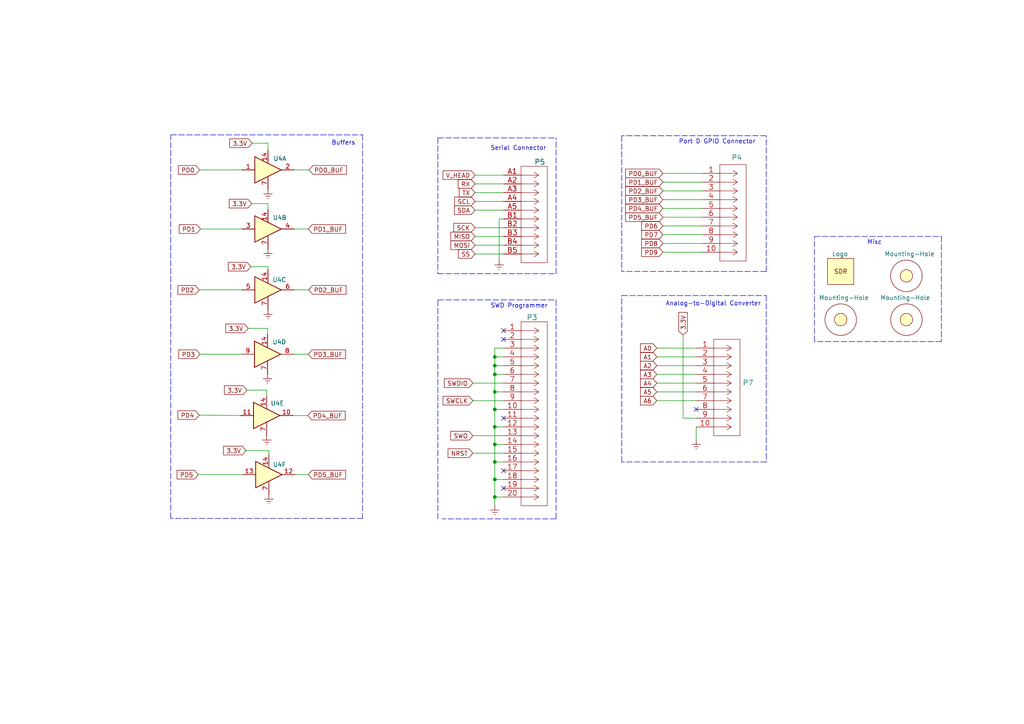
<source format=kicad_sch>
(kicad_sch (version 20211123) (generator eeschema)
  (paper "A4")
  (title_block (title "Liquid Engine Microcontroller Connectors") (date "2021-06-29") (rev "1.0") (company "Sun Devil Rocketry ") (comment 1 "Author: Colton Acosta"))
  (lib_symbols
    (symbol "Engine-Controller:0901471110" (pin_names (offset 0.254) hide)
      (property "Reference" "P" (at 8.89 6.35 0))
      (property "Value" "Engine-Controller_0901471110" (at 5.08 -27.94 0))
      (symbol "0901471110_1_1"
        (polyline (pts (xy 5.08 -25.4) (xy 12.7 -25.4)) (stroke (width 0.127)))
        (polyline (pts (xy 5.08 2.54) (xy 5.08 -25.4)) (stroke (width 0.127)))
        (polyline (pts (xy 10.16 -22.86) (xy 5.08 -22.86)) (stroke (width 0.127)))
        (polyline (pts (xy 10.16 -22.86) (xy 8.89 -23.6982)) (stroke (width 0.127)))
        (polyline (pts (xy 10.16 -22.86) (xy 8.89 -22.0218)) (stroke (width 0.127)))
        (polyline (pts (xy 10.16 -20.32) (xy 5.08 -20.32)) (stroke (width 0.127)))
        (polyline (pts (xy 10.16 -20.32) (xy 8.89 -21.1582)) (stroke (width 0.127)))
        (polyline (pts (xy 10.16 -20.32) (xy 8.89 -19.4818)) (stroke (width 0.127)))
        (polyline (pts (xy 10.16 -17.78) (xy 5.08 -17.78)) (stroke (width 0.127)))
        (polyline (pts (xy 10.16 -17.78) (xy 8.89 -18.6182)) (stroke (width 0.127)))
        (polyline (pts (xy 10.16 -17.78) (xy 8.89 -16.9418)) (stroke (width 0.127)))
        (polyline (pts (xy 10.16 -15.24) (xy 5.08 -15.24)) (stroke (width 0.127)))
        (polyline (pts (xy 10.16 -15.24) (xy 8.89 -16.0782)) (stroke (width 0.127)))
        (polyline (pts (xy 10.16 -15.24) (xy 8.89 -14.4018)) (stroke (width 0.127)))
        (polyline (pts (xy 10.16 -12.7) (xy 5.08 -12.7)) (stroke (width 0.127)))
        (polyline (pts (xy 10.16 -12.7) (xy 8.89 -13.5382)) (stroke (width 0.127)))
        (polyline (pts (xy 10.16 -12.7) (xy 8.89 -11.8618)) (stroke (width 0.127)))
        (polyline (pts (xy 10.16 -10.16) (xy 5.08 -10.16)) (stroke (width 0.127)))
        (polyline (pts (xy 10.16 -10.16) (xy 8.89 -10.9982)) (stroke (width 0.127)))
        (polyline (pts (xy 10.16 -10.16) (xy 8.89 -9.3218)) (stroke (width 0.127)))
        (polyline (pts (xy 10.16 -7.62) (xy 5.08 -7.62)) (stroke (width 0.127)))
        (polyline (pts (xy 10.16 -7.62) (xy 8.89 -8.4582)) (stroke (width 0.127)))
        (polyline (pts (xy 10.16 -7.62) (xy 8.89 -6.7818)) (stroke (width 0.127)))
        (polyline (pts (xy 10.16 -5.08) (xy 5.08 -5.08)) (stroke (width 0.127)))
        (polyline (pts (xy 10.16 -5.08) (xy 8.89 -5.9182)) (stroke (width 0.127)))
        (polyline (pts (xy 10.16 -5.08) (xy 8.89 -4.2418)) (stroke (width 0.127)))
        (polyline (pts (xy 10.16 -2.54) (xy 5.08 -2.54)) (stroke (width 0.127)))
        (polyline (pts (xy 10.16 -2.54) (xy 8.89 -3.3782)) (stroke (width 0.127)))
        (polyline (pts (xy 10.16 -2.54) (xy 8.89 -1.7018)) (stroke (width 0.127)))
        (polyline (pts (xy 10.16 0) (xy 5.08 0)) (stroke (width 0.127)))
        (polyline (pts (xy 10.16 0) (xy 8.89 -0.8382)) (stroke (width 0.127)))
        (polyline (pts (xy 10.16 0) (xy 8.89 0.8382)) (stroke (width 0.127)))
        (polyline (pts (xy 12.7 -25.4) (xy 12.7 2.54)) (stroke (width 0.127)))
        (polyline (pts (xy 12.7 2.54) (xy 5.08 2.54)) (stroke (width 0.127)))
        (pin passive line (at 0 0 0) (length 5.08) (name "1") (number "1"))
        (pin passive line (at 0 -22.86 0) (length 5.08) (name "10") (number "10"))
        (pin passive line (at 0 -2.54 0) (length 5.08) (name "2") (number "2"))
        (pin passive line (at 0 -5.08 0) (length 5.08) (name "3") (number "3"))
        (pin passive line (at 0 -7.62 0) (length 5.08) (name "4") (number "4"))
        (pin passive line (at 0 -10.16 0) (length 5.08) (name "5") (number "5"))
        (pin passive line (at 0 -12.7 0) (length 5.08) (name "6") (number "6"))
        (pin passive line (at 0 -15.24 0) (length 5.08) (name "7") (number "7"))
        (pin passive line (at 0 -17.78 0) (length 5.08) (name "8") (number "8"))
        (pin passive line (at 0 -20.32 0) (length 5.08) (name "9") (number "9"))
      )
    )
    (symbol "Engine-Controller:66953-005LF" (pin_names (offset 0.254) hide)
      (property "Reference" "P" (at 8.89 6.35 0))
      (property "Value" "Engine-Controller_66953-005LF" (at 5.08 -27.94 0))
      (symbol "66953-005LF_1_1"
        (polyline (pts (xy 5.08 -25.4) (xy 12.7 -25.4)) (stroke (width 0.127)))
        (polyline (pts (xy 5.08 2.54) (xy 5.08 -25.4)) (stroke (width 0.127)))
        (polyline (pts (xy 10.16 -22.86) (xy 5.08 -22.86)) (stroke (width 0.127)))
        (polyline (pts (xy 10.16 -22.86) (xy 8.89 -23.6982)) (stroke (width 0.127)))
        (polyline (pts (xy 10.16 -22.86) (xy 8.89 -22.0218)) (stroke (width 0.127)))
        (polyline (pts (xy 10.16 -20.32) (xy 5.08 -20.32)) (stroke (width 0.127)))
        (polyline (pts (xy 10.16 -20.32) (xy 8.89 -21.1582)) (stroke (width 0.127)))
        (polyline (pts (xy 10.16 -20.32) (xy 8.89 -19.4818)) (stroke (width 0.127)))
        (polyline (pts (xy 10.16 -17.78) (xy 5.08 -17.78)) (stroke (width 0.127)))
        (polyline (pts (xy 10.16 -17.78) (xy 8.89 -18.6182)) (stroke (width 0.127)))
        (polyline (pts (xy 10.16 -17.78) (xy 8.89 -16.9418)) (stroke (width 0.127)))
        (polyline (pts (xy 10.16 -15.24) (xy 5.08 -15.24)) (stroke (width 0.127)))
        (polyline (pts (xy 10.16 -15.24) (xy 8.89 -16.0782)) (stroke (width 0.127)))
        (polyline (pts (xy 10.16 -15.24) (xy 8.89 -14.4018)) (stroke (width 0.127)))
        (polyline (pts (xy 10.16 -12.7) (xy 5.08 -12.7)) (stroke (width 0.127)))
        (polyline (pts (xy 10.16 -12.7) (xy 8.89 -13.5382)) (stroke (width 0.127)))
        (polyline (pts (xy 10.16 -12.7) (xy 8.89 -11.8618)) (stroke (width 0.127)))
        (polyline (pts (xy 10.16 -10.16) (xy 5.08 -10.16)) (stroke (width 0.127)))
        (polyline (pts (xy 10.16 -10.16) (xy 8.89 -10.9982)) (stroke (width 0.127)))
        (polyline (pts (xy 10.16 -10.16) (xy 8.89 -9.3218)) (stroke (width 0.127)))
        (polyline (pts (xy 10.16 -7.62) (xy 5.08 -7.62)) (stroke (width 0.127)))
        (polyline (pts (xy 10.16 -7.62) (xy 8.89 -8.4582)) (stroke (width 0.127)))
        (polyline (pts (xy 10.16 -7.62) (xy 8.89 -6.7818)) (stroke (width 0.127)))
        (polyline (pts (xy 10.16 -5.08) (xy 5.08 -5.08)) (stroke (width 0.127)))
        (polyline (pts (xy 10.16 -5.08) (xy 8.89 -5.9182)) (stroke (width 0.127)))
        (polyline (pts (xy 10.16 -5.08) (xy 8.89 -4.2418)) (stroke (width 0.127)))
        (polyline (pts (xy 10.16 -2.54) (xy 5.08 -2.54)) (stroke (width 0.127)))
        (polyline (pts (xy 10.16 -2.54) (xy 8.89 -3.3782)) (stroke (width 0.127)))
        (polyline (pts (xy 10.16 -2.54) (xy 8.89 -1.7018)) (stroke (width 0.127)))
        (polyline (pts (xy 10.16 0) (xy 5.08 0)) (stroke (width 0.127)))
        (polyline (pts (xy 10.16 0) (xy 8.89 -0.8382)) (stroke (width 0.127)))
        (polyline (pts (xy 10.16 0) (xy 8.89 0.8382)) (stroke (width 0.127)))
        (polyline (pts (xy 12.7 -25.4) (xy 12.7 2.54)) (stroke (width 0.127)))
        (polyline (pts (xy 12.7 2.54) (xy 5.08 2.54)) (stroke (width 0.127)))
        (pin passive line (at 0 0 0) (length 5.08) (name "A1") (number "A1"))
        (pin passive line (at 0 -2.54 0) (length 5.08) (name "A2") (number "A2"))
        (pin passive line (at 0 -5.08 0) (length 5.08) (name "A3") (number "A3"))
        (pin passive line (at 0 -7.62 0) (length 5.08) (name "A4") (number "A4"))
        (pin passive line (at 0 -10.16 0) (length 5.08) (name "A5") (number "A5"))
        (pin passive line (at 0 -12.7 0) (length 5.08) (name "B1") (number "B1"))
        (pin passive line (at 0 -15.24 0) (length 5.08) (name "B2") (number "B2"))
        (pin passive line (at 0 -17.78 0) (length 5.08) (name "B3") (number "B3"))
        (pin passive line (at 0 -20.32 0) (length 5.08) (name "B4") (number "B4"))
        (pin passive line (at 0 -22.86 0) (length 5.08) (name "B5") (number "B5"))
      )
    )
    (symbol "Engine-Controller:Earth" (power) (pin_names (offset 0))
      (symbol "Earth_0_1"
        (polyline (pts (xy -0.635 -1.905) (xy 0.635 -1.905)))
        (polyline (pts (xy -0.127 -2.54) (xy 0.127 -2.54)))
        (polyline (pts (xy 0 -1.27) (xy 0 0)))
        (polyline (pts (xy 1.27 -1.27) (xy -1.27 -1.27)))
      )
      (symbol "Earth_1_1"
        (pin power_in line (at 0 0 270) (length 0) hide (name "Earth") (number "1"))
      )
    )
    (symbol "Engine-Controller:Logo" (pin_names (offset 1.016))
      (property "Reference" "LOGO" (at 0 5.08 0))
      (property "Value" "Engine-Controller_Logo" (at 0 -5.08 0))
      (symbol "Logo_0_0"
        (text "SDR" (at 0 0 0) (effects (font (size 1.27 1.27))))
      )
      (symbol "Logo_0_1"
        (rectangle (start -3.81 3.81) (end 3.81 -3.81) (fill (type background)))
      )
    )
    (symbol "Engine-Controller:Mounting-Hole" (pin_names (offset 1.016))
      (property "Reference" "H" (at 0 6.35 0))
      (property "Value" "Engine-Controller_Mounting-Hole" (at 0 -5.08 0))
      (symbol "Mounting-Hole_0_1"
        (circle (center 0 0) (radius 1.8034) (fill (type background)))
        (circle (center 0 0) (radius 4.572))
      )
    )
    (symbol "Engine-Controller:SBH11-PBPC-D10-RA-BK" (pin_names (offset 0.254) hide)
      (property "Reference" "P" (at 8.89 6.35 0))
      (property "Value" "Engine-Controller_SBH11-PBPC-D10-RA-BK" (at 10.16 3.81 0))
      (symbol "SBH11-PBPC-D10-RA-BK_1_1"
        (polyline (pts (xy 5.08 -50.8) (xy 12.7 -50.8)) (stroke (width 0.127)))
        (polyline (pts (xy 5.08 2.54) (xy 5.08 -50.8)) (stroke (width 0.127)))
        (polyline (pts (xy 10.16 -48.26) (xy 5.08 -48.26)) (stroke (width 0.127)))
        (polyline (pts (xy 10.16 -48.26) (xy 8.89 -49.0982)) (stroke (width 0.127)))
        (polyline (pts (xy 10.16 -48.26) (xy 8.89 -47.4218)) (stroke (width 0.127)))
        (polyline (pts (xy 10.16 -45.72) (xy 5.08 -45.72)) (stroke (width 0.127)))
        (polyline (pts (xy 10.16 -45.72) (xy 8.89 -46.5582)) (stroke (width 0.127)))
        (polyline (pts (xy 10.16 -45.72) (xy 8.89 -44.8818)) (stroke (width 0.127)))
        (polyline (pts (xy 10.16 -43.18) (xy 5.08 -43.18)) (stroke (width 0.127)))
        (polyline (pts (xy 10.16 -43.18) (xy 8.89 -44.0182)) (stroke (width 0.127)))
        (polyline (pts (xy 10.16 -43.18) (xy 8.89 -42.3418)) (stroke (width 0.127)))
        (polyline (pts (xy 10.16 -40.64) (xy 5.08 -40.64)) (stroke (width 0.127)))
        (polyline (pts (xy 10.16 -40.64) (xy 8.89 -41.4782)) (stroke (width 0.127)))
        (polyline (pts (xy 10.16 -40.64) (xy 8.89 -39.8018)) (stroke (width 0.127)))
        (polyline (pts (xy 10.16 -38.1) (xy 5.08 -38.1)) (stroke (width 0.127)))
        (polyline (pts (xy 10.16 -38.1) (xy 8.89 -38.9382)) (stroke (width 0.127)))
        (polyline (pts (xy 10.16 -38.1) (xy 8.89 -37.2618)) (stroke (width 0.127)))
        (polyline (pts (xy 10.16 -35.56) (xy 5.08 -35.56)) (stroke (width 0.127)))
        (polyline (pts (xy 10.16 -35.56) (xy 8.89 -36.3982)) (stroke (width 0.127)))
        (polyline (pts (xy 10.16 -35.56) (xy 8.89 -34.7218)) (stroke (width 0.127)))
        (polyline (pts (xy 10.16 -33.02) (xy 5.08 -33.02)) (stroke (width 0.127)))
        (polyline (pts (xy 10.16 -33.02) (xy 8.89 -33.8582)) (stroke (width 0.127)))
        (polyline (pts (xy 10.16 -33.02) (xy 8.89 -32.1818)) (stroke (width 0.127)))
        (polyline (pts (xy 10.16 -30.48) (xy 5.08 -30.48)) (stroke (width 0.127)))
        (polyline (pts (xy 10.16 -30.48) (xy 8.89 -31.3182)) (stroke (width 0.127)))
        (polyline (pts (xy 10.16 -30.48) (xy 8.89 -29.6418)) (stroke (width 0.127)))
        (polyline (pts (xy 10.16 -27.94) (xy 5.08 -27.94)) (stroke (width 0.127)))
        (polyline (pts (xy 10.16 -27.94) (xy 8.89 -28.7782)) (stroke (width 0.127)))
        (polyline (pts (xy 10.16 -27.94) (xy 8.89 -27.1018)) (stroke (width 0.127)))
        (polyline (pts (xy 10.16 -25.4) (xy 5.08 -25.4)) (stroke (width 0.127)))
        (polyline (pts (xy 10.16 -25.4) (xy 8.89 -26.2382)) (stroke (width 0.127)))
        (polyline (pts (xy 10.16 -25.4) (xy 8.89 -24.5618)) (stroke (width 0.127)))
        (polyline (pts (xy 10.16 -22.86) (xy 5.08 -22.86)) (stroke (width 0.127)))
        (polyline (pts (xy 10.16 -22.86) (xy 8.89 -23.6982)) (stroke (width 0.127)))
        (polyline (pts (xy 10.16 -22.86) (xy 8.89 -22.0218)) (stroke (width 0.127)))
        (polyline (pts (xy 10.16 -20.32) (xy 5.08 -20.32)) (stroke (width 0.127)))
        (polyline (pts (xy 10.16 -20.32) (xy 8.89 -21.1582)) (stroke (width 0.127)))
        (polyline (pts (xy 10.16 -20.32) (xy 8.89 -19.4818)) (stroke (width 0.127)))
        (polyline (pts (xy 10.16 -17.78) (xy 5.08 -17.78)) (stroke (width 0.127)))
        (polyline (pts (xy 10.16 -17.78) (xy 8.89 -18.6182)) (stroke (width 0.127)))
        (polyline (pts (xy 10.16 -17.78) (xy 8.89 -16.9418)) (stroke (width 0.127)))
        (polyline (pts (xy 10.16 -15.24) (xy 5.08 -15.24)) (stroke (width 0.127)))
        (polyline (pts (xy 10.16 -15.24) (xy 8.89 -16.0782)) (stroke (width 0.127)))
        (polyline (pts (xy 10.16 -15.24) (xy 8.89 -14.4018)) (stroke (width 0.127)))
        (polyline (pts (xy 10.16 -12.7) (xy 5.08 -12.7)) (stroke (width 0.127)))
        (polyline (pts (xy 10.16 -12.7) (xy 8.89 -13.5382)) (stroke (width 0.127)))
        (polyline (pts (xy 10.16 -12.7) (xy 8.89 -11.8618)) (stroke (width 0.127)))
        (polyline (pts (xy 10.16 -10.16) (xy 5.08 -10.16)) (stroke (width 0.127)))
        (polyline (pts (xy 10.16 -10.16) (xy 8.89 -10.9982)) (stroke (width 0.127)))
        (polyline (pts (xy 10.16 -10.16) (xy 8.89 -9.3218)) (stroke (width 0.127)))
        (polyline (pts (xy 10.16 -7.62) (xy 5.08 -7.62)) (stroke (width 0.127)))
        (polyline (pts (xy 10.16 -7.62) (xy 8.89 -8.4582)) (stroke (width 0.127)))
        (polyline (pts (xy 10.16 -7.62) (xy 8.89 -6.7818)) (stroke (width 0.127)))
        (polyline (pts (xy 10.16 -5.08) (xy 5.08 -5.08)) (stroke (width 0.127)))
        (polyline (pts (xy 10.16 -5.08) (xy 8.89 -5.9182)) (stroke (width 0.127)))
        (polyline (pts (xy 10.16 -5.08) (xy 8.89 -4.2418)) (stroke (width 0.127)))
        (polyline (pts (xy 10.16 -2.54) (xy 5.08 -2.54)) (stroke (width 0.127)))
        (polyline (pts (xy 10.16 -2.54) (xy 8.89 -3.3782)) (stroke (width 0.127)))
        (polyline (pts (xy 10.16 -2.54) (xy 8.89 -1.7018)) (stroke (width 0.127)))
        (polyline (pts (xy 10.16 0) (xy 5.08 0)) (stroke (width 0.127)))
        (polyline (pts (xy 10.16 0) (xy 8.89 -0.8382)) (stroke (width 0.127)))
        (polyline (pts (xy 10.16 0) (xy 8.89 0.8382)) (stroke (width 0.127)))
        (polyline (pts (xy 12.7 -50.8) (xy 12.7 2.54)) (stroke (width 0.127)))
        (polyline (pts (xy 12.7 2.54) (xy 5.08 2.54)) (stroke (width 0.127)))
        (pin passive line (at 0 0 0) (length 5.08) (name "1") (number "1"))
        (pin passive line (at 0 -22.86 0) (length 5.08) (name "10") (number "10"))
        (pin passive line (at 0 -25.4 0) (length 5.08) (name "11") (number "11"))
        (pin passive line (at 0 -27.94 0) (length 5.08) (name "12") (number "12"))
        (pin passive line (at 0 -30.48 0) (length 5.08) (name "13") (number "13"))
        (pin passive line (at 0 -33.02 0) (length 5.08) (name "14") (number "14"))
        (pin passive line (at 0 -35.56 0) (length 5.08) (name "15") (number "15"))
        (pin passive line (at 0 -38.1 0) (length 5.08) (name "16") (number "16"))
        (pin passive line (at 0 -40.64 0) (length 5.08) (name "17") (number "17"))
        (pin passive line (at 0 -43.18 0) (length 5.08) (name "18") (number "18"))
        (pin passive line (at 0 -45.72 0) (length 5.08) (name "19") (number "19"))
        (pin passive line (at 0 -2.54 0) (length 5.08) (name "2") (number "2"))
        (pin passive line (at 0 -48.26 0) (length 5.08) (name "20") (number "20"))
        (pin passive line (at 0 -5.08 0) (length 5.08) (name "3") (number "3"))
        (pin passive line (at 0 -7.62 0) (length 5.08) (name "4") (number "4"))
        (pin passive line (at 0 -10.16 0) (length 5.08) (name "5") (number "5"))
        (pin passive line (at 0 -12.7 0) (length 5.08) (name "6") (number "6"))
        (pin passive line (at 0 -15.24 0) (length 5.08) (name "7") (number "7"))
        (pin passive line (at 0 -17.78 0) (length 5.08) (name "8") (number "8"))
        (pin passive line (at 0 -20.32 0) (length 5.08) (name "9") (number "9"))
      )
    )
    (symbol "Engine-Controller:SN74LV07ADR" (pin_names (offset 1.016))
      (property "Reference" "U" (at -5.588 5.334 0))
      (symbol "SN74LV07ADR_1_0"
        (polyline (pts (xy -3.81 3.81) (xy -3.81 -3.81) (xy 3.81 0) (xy -3.81 3.81)) (stroke (width 0.254)) (fill (type background)))
        (pin input line (at -7.62 0 0) (length 3.81) (name "~") (number "1"))
        (pin power_in line (at 0 5.715 270) (length 3.81) (name "~") (number "14"))
        (pin output line (at 7.62 0 180) (length 3.81) (name "~") (number "2"))
        (pin power_in line (at 0 -5.715 90) (length 3.81) (name "~") (number "7"))
      )
      (symbol "SN74LV07ADR_2_0"
        (polyline (pts (xy -3.81 3.81) (xy -3.81 -3.81) (xy 3.81 0) (xy -3.81 3.81)) (stroke (width 0.254)) (fill (type background)))
        (pin power_in line (at 0 5.588 270) (length 3.81) (name "~") (number "14"))
        (pin input line (at -7.62 0 0) (length 3.81) (name "~") (number "3"))
        (pin output line (at 7.62 0 180) (length 3.81) (name "~") (number "4"))
        (pin power_in line (at 0 -5.842 90) (length 3.81) (name "~") (number "7"))
      )
      (symbol "SN74LV07ADR_3_0"
        (polyline (pts (xy -3.81 3.81) (xy -3.81 -3.81) (xy 3.81 0) (xy -3.81 3.81)) (stroke (width 0.254)) (fill (type background)))
        (pin power_in line (at 0 5.842 270) (length 3.81) (name "~") (number "14"))
        (pin input line (at -7.62 0 0) (length 3.81) (name "~") (number "5"))
        (pin output line (at 7.62 0 180) (length 3.81) (name "~") (number "6"))
        (pin power_in line (at 0 -5.842 90) (length 3.81) (name "~") (number "7"))
      )
      (symbol "SN74LV07ADR_4_0"
        (polyline (pts (xy -3.81 3.81) (xy -3.81 -3.81) (xy 3.81 0) (xy -3.81 3.81)) (stroke (width 0.254)) (fill (type background)))
        (pin power_in line (at 0 5.842 270) (length 3.81) (name "~") (number "14"))
        (pin power_in line (at 0 -5.842 90) (length 3.81) (name "~") (number "7"))
        (pin output line (at 7.62 0 180) (length 3.81) (name "~") (number "8"))
        (pin input line (at -7.62 0 0) (length 3.81) (name "~") (number "9"))
      )
      (symbol "SN74LV07ADR_5_0"
        (polyline (pts (xy -3.81 3.81) (xy -3.81 -3.81) (xy 3.81 0) (xy -3.81 3.81)) (stroke (width 0.254)) (fill (type background)))
        (pin output line (at 7.62 0 180) (length 3.81) (name "~") (number "10"))
        (pin input line (at -7.62 0 0) (length 3.81) (name "~") (number "11"))
        (pin power_in line (at 0 5.842 270) (length 3.81) (name "~") (number "14"))
        (pin power_in line (at 0 -5.842 90) (length 3.81) (name "~") (number "7"))
      )
      (symbol "SN74LV07ADR_6_0"
        (polyline (pts (xy -3.81 3.81) (xy -3.81 -3.81) (xy 3.81 0) (xy -3.81 3.81)) (stroke (width 0.254)) (fill (type background)))
        (pin output line (at 7.62 0 180) (length 3.81) (name "~") (number "12"))
        (pin input line (at -7.62 0 0) (length 3.81) (name "~") (number "13"))
        (pin power_in line (at 0 5.842 270) (length 3.81) (name "~") (number "14"))
        (pin power_in line (at 0 -5.842 90) (length 3.81) (name "~") (number "7"))
      )
    )
  )
  (junction (at 143.51 108.585))
  (junction (at 143.51 123.825))
  (junction (at 143.51 133.985))
  (junction (at 143.51 103.505))
  (junction (at 143.51 139.065))
  (junction (at 143.51 106.045))
  (junction (at 143.51 113.665))
  (junction (at 143.51 118.745))
  (junction (at 143.51 144.145))
  (junction (at 143.51 128.905))
  (no_connect (at 201.93 118.745))
  (no_connect (at 146.05 136.525))
  (no_connect (at 146.05 121.285))
  (no_connect (at 146.05 98.425))
  (no_connect (at 146.05 95.885))
  (no_connect (at 146.05 141.605))
  (wire (pts (xy 143.51 128.905) (xy 143.51 133.985)))
  (polyline (pts (xy 273.05 68.58) (xy 273.05 99.06)))
  (wire (pts (xy 201.93 123.825) (xy 201.93 127.635)))
  (wire (pts (xy 190.5 113.665) (xy 201.93 113.665)))
  (wire (pts (xy 70.104 49.276) (xy 57.912 49.276)))
  (polyline (pts (xy 180.34 85.725) (xy 222.25 85.725)))
  (wire (pts (xy 143.51 133.985) (xy 143.51 139.065)))
  (wire (pts (xy 198.12 121.285) (xy 198.12 97.155)))
  (wire (pts (xy 77.597 95.25) (xy 77.597 96.901)))
  (wire (pts (xy 85.344 84.074) (xy 89.535 84.074)))
  (wire (pts (xy 192.278 52.832) (xy 203.708 52.832)))
  (wire (pts (xy 146.05 60.96) (xy 137.795 60.96)))
  (wire (pts (xy 192.278 62.992) (xy 203.708 62.992)))
  (wire (pts (xy 143.51 139.065) (xy 143.51 144.145)))
  (wire (pts (xy 70.358 137.668) (xy 57.531 137.668)))
  (wire (pts (xy 143.51 106.045) (xy 143.51 108.585)))
  (wire (pts (xy 144.78 63.5) (xy 144.78 75.565)))
  (wire (pts (xy 190.5 106.045) (xy 201.93 106.045)))
  (wire (pts (xy 192.278 68.072) (xy 203.708 68.072)))
  (polyline (pts (xy 49.53 39.116) (xy 105.156 39.116)))
  (wire (pts (xy 192.278 70.612) (xy 203.708 70.612)))
  (wire (pts (xy 77.724 43.561) (xy 77.724 41.529)))
  (wire (pts (xy 146.05 133.985) (xy 143.51 133.985)))
  (polyline (pts (xy 127 40.005) (xy 127 79.375)))
  (wire (pts (xy 77.343 113.157) (xy 77.343 114.681)))
  (wire (pts (xy 146.05 58.42) (xy 137.795 58.42)))
  (wire (pts (xy 77.724 77.343) (xy 77.724 78.232)))
  (wire (pts (xy 146.05 113.665) (xy 143.51 113.665)))
  (wire (pts (xy 146.05 144.145) (xy 143.51 144.145)))
  (wire (pts (xy 71.628 113.157) (xy 77.343 113.157)))
  (wire (pts (xy 146.05 103.505) (xy 143.51 103.505)))
  (polyline (pts (xy 49.53 150.368) (xy 49.53 39.116)))
  (wire (pts (xy 77.978 131.826) (xy 77.978 130.683)))
  (wire (pts (xy 58.166 66.421) (xy 70.104 66.421)))
  (polyline (pts (xy 236.22 99.06) (xy 236.22 68.58)))
  (wire (pts (xy 143.51 108.585) (xy 143.51 113.665)))
  (wire (pts (xy 190.5 111.125) (xy 201.93 111.125)))
  (wire (pts (xy 146.05 63.5) (xy 144.78 63.5)))
  (wire (pts (xy 143.51 113.665) (xy 143.51 118.745)))
  (wire (pts (xy 201.93 121.285) (xy 198.12 121.285)))
  (wire (pts (xy 146.05 66.04) (xy 137.795 66.04)))
  (polyline (pts (xy 105.156 39.116) (xy 105.156 150.368)))
  (polyline (pts (xy 127 40.005) (xy 161.29 40.005)))
  (wire (pts (xy 146.05 128.905) (xy 143.51 128.905)))
  (wire (pts (xy 146.05 126.365) (xy 137.16 126.365)))
  (polyline (pts (xy 127 86.995) (xy 161.29 86.995)))
  (wire (pts (xy 70.104 84.074) (xy 57.785 84.074)))
  (wire (pts (xy 69.977 102.743) (xy 58.039 102.743)))
  (wire (pts (xy 192.278 57.912) (xy 203.708 57.912)))
  (wire (pts (xy 146.05 68.58) (xy 137.795 68.58)))
  (wire (pts (xy 146.05 108.585) (xy 143.51 108.585)))
  (wire (pts (xy 192.278 60.452) (xy 203.708 60.452)))
  (wire (pts (xy 190.5 103.505) (xy 201.93 103.505)))
  (polyline (pts (xy 105.156 150.368) (xy 49.53 150.368)))
  (wire (pts (xy 146.05 106.045) (xy 143.51 106.045)))
  (wire (pts (xy 146.05 123.825) (xy 143.51 123.825)))
  (wire (pts (xy 143.51 103.505) (xy 143.51 106.045)))
  (polyline (pts (xy 180.34 39.37) (xy 180.34 78.74)))
  (wire (pts (xy 190.5 108.585) (xy 201.93 108.585)))
  (polyline (pts (xy 161.29 86.995) (xy 161.29 150.495)))
  (polyline (pts (xy 127 79.375) (xy 161.29 79.375)))
  (wire (pts (xy 146.05 100.965) (xy 143.51 100.965)))
  (wire (pts (xy 73.025 59.055) (xy 77.724 59.055)))
  (wire (pts (xy 143.51 123.825) (xy 143.51 128.905)))
  (polyline (pts (xy 161.29 79.375) (xy 161.29 40.005)))
  (wire (pts (xy 143.51 100.965) (xy 143.51 103.505)))
  (polyline (pts (xy 222.25 85.725) (xy 222.25 133.985)))
  (polyline (pts (xy 273.05 99.06) (xy 236.22 99.06)))
  (wire (pts (xy 143.51 118.745) (xy 143.51 123.825)))
  (wire (pts (xy 192.278 50.292) (xy 203.708 50.292)))
  (wire (pts (xy 146.05 116.205) (xy 137.16 116.205)))
  (wire (pts (xy 146.05 118.745) (xy 143.51 118.745)))
  (polyline (pts (xy 222.25 39.37) (xy 180.34 39.37)))
  (wire (pts (xy 146.05 73.66) (xy 137.795 73.66)))
  (wire (pts (xy 69.723 120.523) (xy 57.785 120.396)))
  (wire (pts (xy 89.408 102.743) (xy 85.217 102.743)))
  (wire (pts (xy 146.05 111.125) (xy 137.16 111.125)))
  (wire (pts (xy 143.51 144.145) (xy 143.51 146.685)))
  (wire (pts (xy 190.5 100.965) (xy 201.93 100.965)))
  (wire (pts (xy 77.724 59.055) (xy 77.724 60.833)))
  (wire (pts (xy 72.009 95.25) (xy 77.597 95.25)))
  (wire (pts (xy 192.278 73.152) (xy 203.708 73.152)))
  (polyline (pts (xy 236.22 68.58) (xy 273.05 68.58)))
  (polyline (pts (xy 180.34 133.985) (xy 180.34 85.725)))
  (wire (pts (xy 84.963 120.523) (xy 89.281 120.523)))
  (wire (pts (xy 146.05 71.12) (xy 137.795 71.12)))
  (wire (pts (xy 77.724 41.529) (xy 73.152 41.529)))
  (wire (pts (xy 146.05 131.445) (xy 137.16 131.445)))
  (wire (pts (xy 137.795 50.8) (xy 146.05 50.8)))
  (wire (pts (xy 72.771 77.343) (xy 77.724 77.343)))
  (wire (pts (xy 85.344 66.421) (xy 89.408 66.421)))
  (polyline (pts (xy 222.25 78.74) (xy 180.34 78.74)))
  (polyline (pts (xy 222.25 133.985) (xy 180.34 133.985)))
  (wire (pts (xy 137.795 55.88) (xy 146.05 55.88)))
  (wire (pts (xy 192.278 55.372) (xy 203.708 55.372)))
  (wire (pts (xy 190.5 116.205) (xy 201.93 116.205)))
  (wire (pts (xy 192.278 65.532) (xy 203.708 65.532)))
  (polyline (pts (xy 161.29 150.495) (xy 128.27 150.495)))
  (wire (pts (xy 137.795 53.34) (xy 146.05 53.34)))
  (wire (pts (xy 89.662 49.276) (xy 85.344 49.276)))
  (polyline (pts (xy 127 150.495) (xy 127 86.995)))
  (wire (pts (xy 146.05 139.065) (xy 143.51 139.065)))
  (wire (pts (xy 85.598 137.668) (xy 89.408 137.668)))
  (wire (pts (xy 77.978 130.683) (xy 71.374 130.683)))
  (polyline (pts (xy 222.25 78.74) (xy 222.25 39.37)))
  (text "Analog-to-Digital Converter\n" (at 193.04 88.9 0) (effects (font (size 1.27 1.27)) (justify left bottom)))
  (text "Buffers" (at 96.139 42.291 0) (effects (font (size 1.27 1.27)) (justify left bottom)))
  (text "Serial Connector" (at 142.24 43.815 0) (effects (font (size 1.27 1.27)) (justify left bottom)))
  (text "Misc" (at 251.46 71.12 0) (effects (font (size 1.27 1.27)) (justify left bottom)))
  (text "SWD Programmer\n" (at 142.24 89.535 0) (effects (font (size 1.27 1.27)) (justify left bottom)))
  (text "Port D GPIO Connector\n" (at 196.85 41.91 0) (effects (font (size 1.27 1.27)) (justify left bottom)))
  (global_label "A2" (shape input) (at 190.5 106.045 180) (property "Intersheet References" "${INTERSHEET_REFS}" (effects hide)))
  (global_label "A4" (shape input) (at 190.5 111.125 180) (property "Intersheet References" "${INTERSHEET_REFS}" (effects hide)))
  (global_label "V_HEAD" (shape input) (at 137.795 50.8 180) (property "Intersheet References" "${INTERSHEET_REFS}" (effects hide)))
  (global_label "3.3V" (shape input) (at 73.152 41.529 180) (property "Intersheet References" "${INTERSHEET_REFS}" (effects hide)))
  (global_label "PD4" (shape input) (at 57.785 120.396 180) (property "Intersheet References" "${INTERSHEET_REFS}" (effects hide)))
  (global_label "PD3_BUF" (shape input) (at 192.278 57.912 180) (property "Intersheet References" "${INTERSHEET_REFS}" (effects hide)))
  (global_label "PD1_BUF" (shape input) (at 192.278 52.832 180) (property "Intersheet References" "${INTERSHEET_REFS}" (effects hide)))
  (global_label "PD3_BUF" (shape input) (at 89.408 102.743 0) (property "Intersheet References" "${INTERSHEET_REFS}" (effects hide)))
  (global_label "PD3" (shape input) (at 58.039 102.743 180) (property "Intersheet References" "${INTERSHEET_REFS}" (effects hide)))
  (global_label "PD8" (shape input) (at 192.278 70.612 180) (property "Intersheet References" "${INTERSHEET_REFS}" (effects hide)))
  (global_label "A3" (shape input) (at 190.5 108.585 180) (property "Intersheet References" "${INTERSHEET_REFS}" (effects hide)))
  (global_label "PD1" (shape input) (at 58.166 66.421 180) (property "Intersheet References" "${INTERSHEET_REFS}" (effects hide)))
  (global_label "3.3V" (shape input) (at 73.025 59.055 180) (property "Intersheet References" "${INTERSHEET_REFS}" (effects hide)))
  (global_label "PD0_BUF" (shape input) (at 192.278 50.292 180) (property "Intersheet References" "${INTERSHEET_REFS}" (effects hide)))
  (global_label "PD6" (shape input) (at 192.278 65.532 180) (property "Intersheet References" "${INTERSHEET_REFS}" (effects hide)))
  (global_label "PD1_BUF" (shape input) (at 89.408 66.421 0) (property "Intersheet References" "${INTERSHEET_REFS}" (effects hide)))
  (global_label "PD4_BUF" (shape input) (at 89.281 120.523 0) (property "Intersheet References" "${INTERSHEET_REFS}" (effects hide)))
  (global_label "PD7" (shape input) (at 192.278 68.072 180) (property "Intersheet References" "${INTERSHEET_REFS}" (effects hide)))
  (global_label "PD2" (shape input) (at 57.785 84.074 180) (property "Intersheet References" "${INTERSHEET_REFS}" (effects hide)))
  (global_label "A0" (shape input) (at 190.5 100.965 180) (property "Intersheet References" "${INTERSHEET_REFS}" (effects hide)))
  (global_label "PD2_BUF" (shape input) (at 192.278 55.372 180) (property "Intersheet References" "${INTERSHEET_REFS}" (effects hide)))
  (global_label "SS" (shape input) (at 137.795 73.66 180) (property "Intersheet References" "${INTERSHEET_REFS}" (effects hide)))
  (global_label "PD5_BUF" (shape input) (at 192.278 62.992 180) (property "Intersheet References" "${INTERSHEET_REFS}" (effects hide)))
  (global_label "PD2_BUF" (shape input) (at 89.535 84.074 0) (property "Intersheet References" "${INTERSHEET_REFS}" (effects hide)))
  (global_label "3.3V" (shape input) (at 72.771 77.343 180) (property "Intersheet References" "${INTERSHEET_REFS}" (effects hide)))
  (global_label "MISO" (shape input) (at 137.795 68.58 180) (property "Intersheet References" "${INTERSHEET_REFS}" (effects hide)))
  (global_label "SCL" (shape input) (at 137.795 58.42 180) (property "Intersheet References" "${INTERSHEET_REFS}" (effects hide)))
  (global_label "SDA" (shape input) (at 137.795 60.96 180) (property "Intersheet References" "${INTERSHEET_REFS}" (effects hide)))
  (global_label "SWCLK" (shape input) (at 137.16 116.205 180) (property "Intersheet References" "${INTERSHEET_REFS}" (effects hide)))
  (global_label "PD5_BUF" (shape input) (at 89.408 137.668 0) (property "Intersheet References" "${INTERSHEET_REFS}" (effects hide)))
  (global_label "SWO" (shape input) (at 137.16 126.365 180) (property "Intersheet References" "${INTERSHEET_REFS}" (effects hide)))
  (global_label "SCK" (shape input) (at 137.795 66.04 180) (property "Intersheet References" "${INTERSHEET_REFS}" (effects hide)))
  (global_label "A1" (shape input) (at 190.5 103.505 180) (property "Intersheet References" "${INTERSHEET_REFS}" (effects hide)))
  (global_label "A5" (shape input) (at 190.5 113.665 180) (property "Intersheet References" "${INTERSHEET_REFS}" (effects hide)))
  (global_label "3.3V" (shape input) (at 72.009 95.25 180) (property "Intersheet References" "${INTERSHEET_REFS}" (effects hide)))
  (global_label "NRST" (shape input) (at 137.16 131.445 180) (property "Intersheet References" "${INTERSHEET_REFS}" (effects hide)))
  (global_label "A6" (shape input) (at 190.5 116.205 180) (property "Intersheet References" "${INTERSHEET_REFS}" (effects hide)))
  (global_label "3.3V" (shape input) (at 71.374 130.683 180) (property "Intersheet References" "${INTERSHEET_REFS}" (effects hide)))
  (global_label "PD0_BUF" (shape input) (at 89.662 49.276 0) (property "Intersheet References" "${INTERSHEET_REFS}" (effects hide)))
  (global_label "3.3V" (shape input) (at 198.12 97.155 90) (property "Intersheet References" "${INTERSHEET_REFS}" (effects hide)))
  (global_label "3.3V" (shape input) (at 71.628 113.157 180) (property "Intersheet References" "${INTERSHEET_REFS}" (effects hide)))
  (global_label "SWDIO" (shape input) (at 137.16 111.125 180) (property "Intersheet References" "${INTERSHEET_REFS}" (effects hide)))
  (global_label "PD0" (shape input) (at 57.912 49.276 180) (property "Intersheet References" "${INTERSHEET_REFS}" (effects hide)))
  (global_label "TX" (shape input) (at 137.795 55.88 180) (property "Intersheet References" "${INTERSHEET_REFS}" (effects hide)))
  (global_label "MOSI" (shape input) (at 137.795 71.12 180) (property "Intersheet References" "${INTERSHEET_REFS}" (effects hide)))
  (global_label "PD5" (shape input) (at 57.531 137.668 180) (property "Intersheet References" "${INTERSHEET_REFS}" (effects hide)))
  (global_label "PD9" (shape input) (at 192.278 73.152 180) (property "Intersheet References" "${INTERSHEET_REFS}" (effects hide)))
  (global_label "PD4_BUF" (shape input) (at 192.278 60.452 180) (property "Intersheet References" "${INTERSHEET_REFS}" (effects hide)))
  (global_label "RX" (shape input) (at 137.795 53.34 180) (property "Intersheet References" "${INTERSHEET_REFS}" (effects hide)))
  (symbol (lib_id "Engine-Controller:Earth") (at 144.78 75.565 0) (unit 1)
    (property "Reference" "#PWR0112" (effects hide))
    (property "Value" "Earth" (effects hide))
  )
  (symbol (lib_id "Engine-Controller:0901471110") (at 203.708 50.292 0) (unit 1)
    (property "Reference" "P4" (at 212.09 45.72 0) (effects (font (size 1.524 1.524)) (justify left)))
    (property "Value" "0901471110" (effects hide))
    (property "Footprint" "Engine-Controller:0901471110" (effects hide))
  )
  (symbol (lib_id "Engine-Controller:66953-005LF") (at 146.05 50.8 0) (unit 1)
    (property "Reference" "P5" (at 154.94 46.99 0) (effects (font (size 1.524 1.524)) (justify left)))
    (property "Value" "66953-005LF" (effects hide))
    (property "Footprint" "Engine-Controller:66953-005LF" (effects hide))
  )
  (symbol (lib_id "Engine-Controller:SBH11-PBPC-D10-RA-BK") (at 146.05 95.885 0) (unit 1)
    (property "Reference" "P3" (at 154.305 92.075 0) (effects (font (size 1.524 1.524))))
    (property "Value" "SBH11-PBPC-D10-RA-BK" (effects hide))
    (property "Footprint" "Engine-Controller:SBH11-PBPC-D10-RA-BK" (effects hide))
  )
  (symbol (lib_id "Engine-Controller:Logo") (at 243.84 78.74 0) (unit 1)
    (property "Reference" "LOGO1" (effects hide))
    (property "Value" "Logo" (at 241.3 73.66 0) (effects (justify left)))
    (property "Footprint" "Engine-Controller:Logo" (effects hide))
  )
  (symbol (lib_id "Engine-Controller:Mounting-Hole") (at 243.84 92.71 0) (unit 1)
    (property "Reference" "H1" (effects hide))
    (property "Value" "Mounting-Hole" (at 237.49 86.36 0) (effects (justify left)))
    (property "Footprint" "Engine-Controller:MountingHole_4.3mm_M4_DIN965" (effects hide))
  )
  (symbol (lib_id "Engine-Controller:Mounting-Hole") (at 262.89 80.01 0) (unit 1)
    (property "Reference" "H2" (effects hide))
    (property "Value" "Mounting-Hole" (at 256.54 73.66 0) (effects (justify left)))
    (property "Footprint" "Engine-Controller:MountingHole_4.3mm_M4_DIN965" (effects hide))
  )
  (symbol (lib_id "Engine-Controller:Mounting-Hole") (at 262.89 92.71 0) (unit 1)
    (property "Reference" "H3" (effects hide))
    (property "Value" "Mounting-Hole" (at 255.27 86.36 0) (effects (justify left)))
    (property "Footprint" "Engine-Controller:MountingHole_4.3mm_M4_DIN965" (effects hide))
  )
  (symbol (lib_id "Engine-Controller:SN74LV07ADR") (at 77.724 49.276 0) (unit 1)
    (property "Reference" "U4" (at 79.248 45.974 0) (effects (justify left)))
    (property "Value" "SN74LV07ADR" (effects hide))
    (property "Footprint" "Engine-Controller:SN74LV07ADR" (effects hide))
    (property "Datasheet" "http://www.ti.com/lit/ds/symlink/cd4010b-q1.pdf" (effects hide))
  )
  (symbol (lib_id "Engine-Controller:Earth") (at 143.51 146.685 0)
    (property "Reference" "#PWR06" (effects hide))
    (property "Value" "Earth" (effects hide))
  )
  (symbol (lib_id "Engine-Controller:SN74LV07ADR") (at 77.724 66.421 0) (unit 2)
    (property "Reference" "U4" (at 79.121 63.119 0) (effects (justify left)))
    (property "Value" "SN74LV07ADR" (effects hide))
    (property "Footprint" "Engine-Controller:SN74LV07ADR" (effects hide))
    (property "Datasheet" "http://www.ti.com/lit/ds/symlink/cd4010b-q1.pdf" (effects hide))
  )
  (symbol (lib_id "Engine-Controller:SN74LV07ADR") (at 77.724 84.074 0) (unit 3)
    (property "Reference" "U4" (at 78.994 81.153 0) (effects (justify left)))
    (property "Value" "SN74LV07ADR" (effects hide))
    (property "Footprint" "Engine-Controller:SN74LV07ADR" (effects hide))
    (property "Datasheet" "http://www.ti.com/lit/ds/symlink/cd4010b-q1.pdf" (effects hide))
  )
  (symbol (lib_id "Engine-Controller:Earth") (at 77.724 54.991 0) (unit 1)
    (property "Reference" "#PWR0101" (effects hide))
    (property "Value" "Earth" (effects hide))
  )
  (symbol (lib_id "Engine-Controller:Earth") (at 77.724 72.263 0) (unit 1)
    (property "Reference" "#PWR0117" (effects hide))
    (property "Value" "Earth" (effects hide))
  )
  (symbol (lib_id "Engine-Controller:Earth") (at 77.724 89.916 0) (unit 1)
    (property "Reference" "#PWR0118" (effects hide))
    (property "Value" "Earth" (effects hide))
  )
  (symbol (lib_id "Engine-Controller:SN74LV07ADR") (at 77.597 102.743 0) (unit 4)
    (property "Reference" "U4" (at 78.994 99.187 0) (effects (justify left)))
    (property "Value" "SN74LV07ADR" (effects hide))
    (property "Footprint" "Engine-Controller:SN74LV07ADR" (effects hide))
    (property "Datasheet" "http://www.ti.com/lit/ds/symlink/cd4010b-q1.pdf" (effects hide))
  )
  (symbol (lib_id "Engine-Controller:Earth") (at 77.597 108.585 0) (unit 1)
    (property "Reference" "#PWR0119" (effects hide))
    (property "Value" "Earth" (effects hide))
  )
  (symbol (lib_id "Engine-Controller:SN74LV07ADR") (at 77.343 120.523 0) (unit 5)
    (property "Reference" "U4" (at 78.486 116.967 0) (effects (justify left)))
    (property "Value" "SN74LV07ADR" (effects hide))
    (property "Footprint" "Engine-Controller:SN74LV07ADR" (effects hide))
    (property "Datasheet" "http://www.ti.com/lit/ds/symlink/cd4010b-q1.pdf" (effects hide))
  )
  (symbol (lib_id "Engine-Controller:SN74LV07ADR") (at 77.978 137.668 0) (unit 6)
    (property "Reference" "U4" (at 79.121 134.747 0) (effects (justify left)))
    (property "Value" "SN74LV07ADR" (effects hide))
    (property "Footprint" "Engine-Controller:SN74LV07ADR" (effects hide))
    (property "Datasheet" "http://www.ti.com/lit/ds/symlink/cd4010b-q1.pdf" (effects hide))
  )
  (symbol (lib_id "Engine-Controller:Earth") (at 77.343 126.365 0) (unit 1)
    (property "Reference" "#PWR0120" (effects hide))
    (property "Value" "Earth" (effects hide))
  )
  (symbol (lib_id "Engine-Controller:Earth") (at 77.978 143.51 0) (unit 1)
    (property "Reference" "#PWR0121" (effects hide))
    (property "Value" "Earth" (effects hide))
  )
  (symbol (lib_id "Engine-Controller:0901471110") (at 201.93 100.965 0) (unit 1)
    (property "Reference" "P7" (at 215.3412 111.0488 0) (effects (font (size 1.524 1.524)) (justify left)))
    (property "Value" "0901471110" (effects hide))
    (property "Footprint" "Engine-Controller:0901471110" (effects hide))
  )
  (symbol (lib_id "Engine-Controller:Earth") (at 201.93 127.635 0) (unit 1)
    (property "Reference" "#PWR07" (effects hide))
    (property "Value" "Earth" (effects hide))
  )
)
</source>
